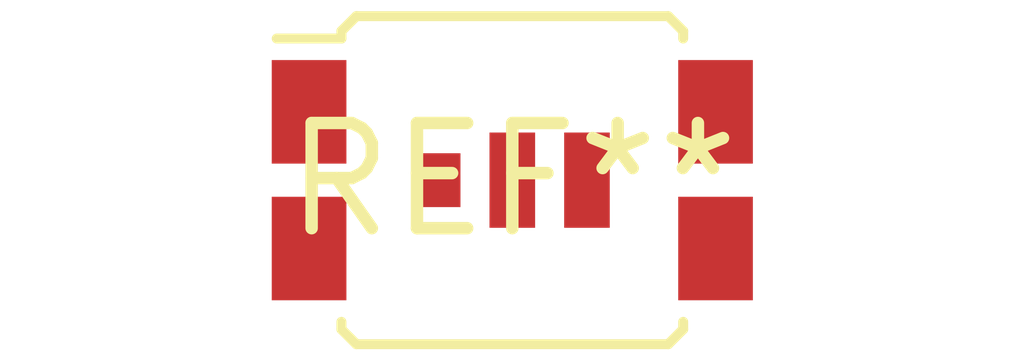
<source format=kicad_pcb>
(kicad_pcb (version 20240108) (generator pcbnew)
  (layers (0 "F.Cu" signal) (31 "B.Cu" signal) (34 "B.Paste" user) (35 "F.Paste" user) (36 "B.SilkS" user "B.Silkscreen") (37 "F.SilkS" user "F.Silkscreen") (38 "B.Mask" user) (39 "F.Mask" user) (44 "Edge.Cuts" user))
  (net 0 "")
  (footprint "DirectFET_S2" (layer "F.Cu") (at 0 0)
    (property "Reference" "REF**")
    (property "Value" "DirectFET_S2")
    (fp_line (start -2.84 -1.71) (end -2.06 -1.71) (layer "F.SilkS") (stroke (width 0.12)))
    (fp_line (start -2.06 -1.8) (end -1.88 -1.98) (layer "F.SilkS") (stroke (width 0.12)))
    (fp_line (start -2.06 -1.71) (end -2.06 -1.8) (layer "F.SilkS") (stroke (width 0.12)))
    (fp_line (start -2.06 1.71) (end -2.06 1.8) (layer "F.SilkS") (stroke (width 0.12)))
    (fp_line (start -2.06 1.8) (end -1.88 1.98) (layer "F.SilkS") (stroke (width 0.12)))
    (fp_line (start -1.88 -1.98) (end 1.88 -1.98) (layer "F.SilkS") (stroke (width 0.12)))
    (fp_line (start -1.88 1.98) (end 1.88 1.98) (layer "F.SilkS") (stroke (width 0.12)))
    (fp_line (start 2.06 -1.8) (end 1.88 -1.98) (layer "F.SilkS") (stroke (width 0.12)))
    (fp_line (start 2.06 -1.71) (end 2.06 -1.8) (layer "F.SilkS") (stroke (width 0.12)))
    (fp_line (start 2.06 1.71) (end 2.06 1.8) (layer "F.SilkS") (stroke (width 0.12)))
    (fp_line (start 2.06 1.8) (end 1.88 1.98) (layer "F.SilkS") (stroke (width 0.12)))
    (pad "1" smd rect (at -2.45 -0.825) (size 0.9 1.25) (layers "F.Cu" "F.Paste" "F.Mask"))
    (pad "1" smd rect (at -2.45 0.825) (size 0.9 1.25) (layers "F.Cu" "F.Paste" "F.Mask"))
    (pad "1" smd rect (at 2.45 -0.825) (size 0.9 1.25) (layers "F.Cu" "F.Paste" "F.Mask"))
    (pad "1" smd rect (at 2.45 0.825) (size 0.9 1.25) (layers "F.Cu" "F.Paste" "F.Mask"))
    (pad "2" smd rect (at -0.9 0) (size 0.55 0.65) (layers "F.Cu" "F.Paste" "F.Mask"))
    (pad "3" smd rect (at 0 0) (size 0.55 1.15) (layers "F.Cu" "F.Paste" "F.Mask"))
    (pad "3" smd rect (at 0.9 0) (size 0.55 1.15) (layers "F.Cu" "F.Paste" "F.Mask"))
  )
)
</source>
